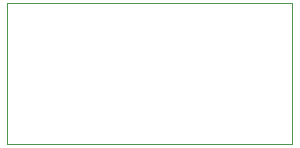
<source format=gbr>
%TF.GenerationSoftware,KiCad,Pcbnew,(5.1.6)-1*%
%TF.CreationDate,2022-10-11T15:47:42-07:00*%
%TF.ProjectId,DIP8_Adapter_B,44495038-5f41-4646-9170-7465725f422e,rev?*%
%TF.SameCoordinates,Original*%
%TF.FileFunction,Profile,NP*%
%FSLAX46Y46*%
G04 Gerber Fmt 4.6, Leading zero omitted, Abs format (unit mm)*
G04 Created by KiCad (PCBNEW (5.1.6)-1) date 2022-10-11 15:47:42*
%MOMM*%
%LPD*%
G01*
G04 APERTURE LIST*
%TA.AperFunction,Profile*%
%ADD10C,0.050000*%
%TD*%
G04 APERTURE END LIST*
D10*
X127000000Y-87884000D02*
X127000000Y-75946000D01*
X151130000Y-87884000D02*
X127000000Y-87884000D01*
X151130000Y-75946000D02*
X151130000Y-87884000D01*
X127000000Y-75946000D02*
X151130000Y-75946000D01*
M02*

</source>
